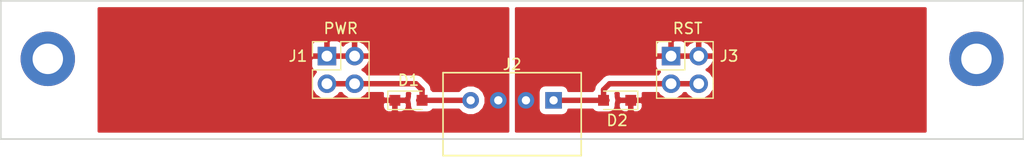
<source format=kicad_pcb>
(kicad_pcb (version 20171130) (host pcbnew "(6.0.0-rc1-dev-956-g3f27d3035)")

  (general
    (thickness 1.6)
    (drawings 4)
    (tracks 12)
    (zones 0)
    (modules 5)
    (nets 5)
  )

  (page A4)
  (layers
    (0 F.Cu signal)
    (31 B.Cu signal)
    (32 B.Adhes user)
    (33 F.Adhes user)
    (34 B.Paste user)
    (35 F.Paste user)
    (36 B.SilkS user)
    (37 F.SilkS user)
    (38 B.Mask user)
    (39 F.Mask user)
    (40 Dwgs.User user)
    (41 Cmts.User user)
    (42 Eco1.User user)
    (43 Eco2.User user)
    (44 Edge.Cuts user)
    (45 Margin user)
    (46 B.CrtYd user)
    (47 F.CrtYd user)
    (48 B.Fab user)
    (49 F.Fab user)
  )

  (setup
    (last_trace_width 0.25)
    (trace_clearance 0.2)
    (zone_clearance 0.508)
    (zone_45_only no)
    (trace_min 0.2)
    (via_size 0.6)
    (via_drill 0.4)
    (via_min_size 0.4)
    (via_min_drill 0.3)
    (uvia_size 0.3)
    (uvia_drill 0.1)
    (uvias_allowed no)
    (uvia_min_size 0.2)
    (uvia_min_drill 0.1)
    (edge_width 0.15)
    (segment_width 0.2)
    (pcb_text_width 0.3)
    (pcb_text_size 1.5 1.5)
    (mod_edge_width 0.15)
    (mod_text_size 1 1)
    (mod_text_width 0.15)
    (pad_size 1.524 1.524)
    (pad_drill 0.762)
    (pad_to_mask_clearance 0.2)
    (solder_mask_min_width 0.25)
    (aux_axis_origin 107.315 109.601)
    (grid_origin 107.315 109.601)
    (visible_elements FFFFFF7F)
    (pcbplotparams
      (layerselection 0x3ffff_ffffffff)
      (usegerberextensions false)
      (usegerberattributes false)
      (usegerberadvancedattributes false)
      (creategerberjobfile false)
      (excludeedgelayer true)
      (linewidth 0.100000)
      (plotframeref false)
      (viasonmask false)
      (mode 1)
      (useauxorigin false)
      (hpglpennumber 1)
      (hpglpenspeed 20)
      (hpglpendiameter 15.000000)
      (psnegative false)
      (psa4output false)
      (plotreference true)
      (plotvalue true)
      (plotinvisibletext false)
      (padsonsilk false)
      (subtractmaskfromsilk false)
      (outputformat 1)
      (mirror false)
      (drillshape 0)
      (scaleselection 1)
      (outputdirectory "./rst6-gerber"))
  )

  (net 0 "")
  (net 1 "Net-(D1-Pad2)")
  (net 2 "Net-(D1-Pad1)")
  (net 3 "Net-(D2-Pad1)")
  (net 4 "Net-(D2-Pad2)")

  (net_class Default "This is the default net class."
    (clearance 0.2)
    (trace_width 0.25)
    (via_dia 0.6)
    (via_drill 0.4)
    (uvia_dia 0.3)
    (uvia_drill 0.1)
    (add_net "Net-(D1-Pad1)")
    (add_net "Net-(D1-Pad2)")
    (add_net "Net-(D2-Pad1)")
    (add_net "Net-(D2-Pad2)")
  )

  (module Diode_SMD:D_SOD-323_HandSoldering (layer F.Cu) (tedit 58641869) (tstamp 5BA326A9)
    (at 163.957 106.045 180)
    (descr SOD-323)
    (tags SOD-323)
    (path /5BA27949)
    (attr smd)
    (fp_text reference D2 (at 0 -1.85 180) (layer F.SilkS)
      (effects (font (size 1 1) (thickness 0.15)))
    )
    (fp_text value ~ (at 0.1 1.9 180) (layer F.Fab)
      (effects (font (size 1 1) (thickness 0.15)))
    )
    (fp_line (start -1.9 -0.85) (end 1.25 -0.85) (layer F.SilkS) (width 0.12))
    (fp_line (start -1.9 0.85) (end 1.25 0.85) (layer F.SilkS) (width 0.12))
    (fp_line (start -2 -0.95) (end -2 0.95) (layer F.CrtYd) (width 0.05))
    (fp_line (start -2 0.95) (end 2 0.95) (layer F.CrtYd) (width 0.05))
    (fp_line (start 2 -0.95) (end 2 0.95) (layer F.CrtYd) (width 0.05))
    (fp_line (start -2 -0.95) (end 2 -0.95) (layer F.CrtYd) (width 0.05))
    (fp_line (start -0.9 -0.7) (end 0.9 -0.7) (layer F.Fab) (width 0.1))
    (fp_line (start 0.9 -0.7) (end 0.9 0.7) (layer F.Fab) (width 0.1))
    (fp_line (start 0.9 0.7) (end -0.9 0.7) (layer F.Fab) (width 0.1))
    (fp_line (start -0.9 0.7) (end -0.9 -0.7) (layer F.Fab) (width 0.1))
    (fp_line (start -0.3 -0.35) (end -0.3 0.35) (layer F.Fab) (width 0.1))
    (fp_line (start -0.3 0) (end -0.5 0) (layer F.Fab) (width 0.1))
    (fp_line (start -0.3 0) (end 0.2 -0.35) (layer F.Fab) (width 0.1))
    (fp_line (start 0.2 -0.35) (end 0.2 0.35) (layer F.Fab) (width 0.1))
    (fp_line (start 0.2 0.35) (end -0.3 0) (layer F.Fab) (width 0.1))
    (fp_line (start 0.2 0) (end 0.45 0) (layer F.Fab) (width 0.1))
    (fp_line (start -1.9 -0.85) (end -1.9 0.85) (layer F.SilkS) (width 0.12))
    (fp_text user %R (at 0 -1.85 180) (layer F.Fab)
      (effects (font (size 1 1) (thickness 0.15)))
    )
    (pad 2 smd rect (at 1.25 0 180) (size 1 1) (layers F.Cu F.Paste F.Mask)
      (net 4 "Net-(D2-Pad2)"))
    (pad 1 smd rect (at -1.25 0 180) (size 1 1) (layers F.Cu F.Paste F.Mask)
      (net 3 "Net-(D2-Pad1)"))
    (model ${KISYS3DMOD}/Diode_SMD.3dshapes/D_SOD-323.wrl
      (at (xyz 0 0 0))
      (scale (xyz 1 1 1))
      (rotate (xyz 0 0 0))
    )
  )

  (module Diode_SMD:D_SOD-323_HandSoldering (layer F.Cu) (tedit 58641869) (tstamp 5BA326DF)
    (at 144.78 106.045)
    (descr SOD-323)
    (tags SOD-323)
    (path /5BA269EF)
    (attr smd)
    (fp_text reference D1 (at 0 -1.85) (layer F.SilkS)
      (effects (font (size 1 1) (thickness 0.15)))
    )
    (fp_text value ~ (at 0.1 1.9) (layer F.Fab)
      (effects (font (size 1 1) (thickness 0.15)))
    )
    (fp_line (start -1.9 -0.85) (end 1.25 -0.85) (layer F.SilkS) (width 0.12))
    (fp_line (start -1.9 0.85) (end 1.25 0.85) (layer F.SilkS) (width 0.12))
    (fp_line (start -2 -0.95) (end -2 0.95) (layer F.CrtYd) (width 0.05))
    (fp_line (start -2 0.95) (end 2 0.95) (layer F.CrtYd) (width 0.05))
    (fp_line (start 2 -0.95) (end 2 0.95) (layer F.CrtYd) (width 0.05))
    (fp_line (start -2 -0.95) (end 2 -0.95) (layer F.CrtYd) (width 0.05))
    (fp_line (start -0.9 -0.7) (end 0.9 -0.7) (layer F.Fab) (width 0.1))
    (fp_line (start 0.9 -0.7) (end 0.9 0.7) (layer F.Fab) (width 0.1))
    (fp_line (start 0.9 0.7) (end -0.9 0.7) (layer F.Fab) (width 0.1))
    (fp_line (start -0.9 0.7) (end -0.9 -0.7) (layer F.Fab) (width 0.1))
    (fp_line (start -0.3 -0.35) (end -0.3 0.35) (layer F.Fab) (width 0.1))
    (fp_line (start -0.3 0) (end -0.5 0) (layer F.Fab) (width 0.1))
    (fp_line (start -0.3 0) (end 0.2 -0.35) (layer F.Fab) (width 0.1))
    (fp_line (start 0.2 -0.35) (end 0.2 0.35) (layer F.Fab) (width 0.1))
    (fp_line (start 0.2 0.35) (end -0.3 0) (layer F.Fab) (width 0.1))
    (fp_line (start 0.2 0) (end 0.45 0) (layer F.Fab) (width 0.1))
    (fp_line (start -1.9 -0.85) (end -1.9 0.85) (layer F.SilkS) (width 0.12))
    (fp_text user %R (at 0 -1.85) (layer F.Fab)
      (effects (font (size 1 1) (thickness 0.15)))
    )
    (pad 2 smd rect (at 1.25 0) (size 1 1) (layers F.Cu F.Paste F.Mask)
      (net 1 "Net-(D1-Pad2)"))
    (pad 1 smd rect (at -1.25 0) (size 1 1) (layers F.Cu F.Paste F.Mask)
      (net 2 "Net-(D1-Pad1)"))
    (model ${KISYS3DMOD}/Diode_SMD.3dshapes/D_SOD-323.wrl
      (at (xyz 0 0 0))
      (scale (xyz 1 1 1))
      (rotate (xyz 0 0 0))
    )
  )

  (module MiniSPOX-Horizontal:Connector (layer F.Cu) (tedit 5BA29616) (tstamp 5BA32178)
    (at 147.955 111.125)
    (path /5B8EC0AD)
    (fp_text reference J2 (at 6.35 -8.382) (layer F.SilkS)
      (effects (font (size 1 1) (thickness 0.15)))
    )
    (fp_text value Molex (at 6.35 -9.779) (layer F.Fab)
      (effects (font (size 1 1) (thickness 0.15)))
    )
    (fp_line (start 0 0) (end 0 -7.62) (layer F.SilkS) (width 0.15))
    (fp_line (start 12.7 0) (end 0 0) (layer F.SilkS) (width 0.15))
    (fp_line (start 12.7 -7.62) (end 12.7 0) (layer F.SilkS) (width 0.15))
    (fp_line (start 0 -7.62) (end 12.7 -7.62) (layer F.SilkS) (width 0.15))
    (pad 1 thru_hole rect (at 10.16 -5.08) (size 1.524 1.524) (drill 0.762) (layers *.Cu *.Mask)
      (net 4 "Net-(D2-Pad2)"))
    (pad 2 thru_hole circle (at 7.62 -5.08) (size 1.524 1.524) (drill 0.762) (layers *.Cu *.Mask)
      (net 3 "Net-(D2-Pad1)") (zone_connect 2))
    (pad 3 thru_hole circle (at 5.08 -5.08) (size 1.524 1.524) (drill 0.762) (layers *.Cu *.Mask)
      (net 2 "Net-(D1-Pad1)") (zone_connect 2))
    (pad 4 thru_hole circle (at 2.54 -5.08) (size 1.524 1.524) (drill 0.762) (layers *.Cu *.Mask)
      (net 1 "Net-(D1-Pad2)"))
  )

  (module Connector_PinHeader_2.54mm:PinHeader_2x02_P2.54mm_Vertical (layer F.Cu) (tedit 59FED5CC) (tstamp 5B8F08DB)
    (at 137.287 101.981)
    (descr "Through hole straight pin header, 2x02, 2.54mm pitch, double rows")
    (tags "Through hole pin header THT 2x02 2.54mm double row")
    (path /5B8EB8F3)
    (fp_text reference J1 (at -2.667 0) (layer F.SilkS)
      (effects (font (size 1 1) (thickness 0.15)))
    )
    (fp_text value PWR (at 1.27 -2.54) (layer F.SilkS)
      (effects (font (size 1 1) (thickness 0.15)))
    )
    (fp_text user %R (at 1.27 1.27 90) (layer F.Fab)
      (effects (font (size 1 1) (thickness 0.15)))
    )
    (fp_line (start 4.35 -1.8) (end -1.8 -1.8) (layer F.CrtYd) (width 0.05))
    (fp_line (start 4.35 4.35) (end 4.35 -1.8) (layer F.CrtYd) (width 0.05))
    (fp_line (start -1.8 4.35) (end 4.35 4.35) (layer F.CrtYd) (width 0.05))
    (fp_line (start -1.8 -1.8) (end -1.8 4.35) (layer F.CrtYd) (width 0.05))
    (fp_line (start -1.33 -1.33) (end 0 -1.33) (layer F.SilkS) (width 0.12))
    (fp_line (start -1.33 0) (end -1.33 -1.33) (layer F.SilkS) (width 0.12))
    (fp_line (start 1.27 -1.33) (end 3.87 -1.33) (layer F.SilkS) (width 0.12))
    (fp_line (start 1.27 1.27) (end 1.27 -1.33) (layer F.SilkS) (width 0.12))
    (fp_line (start -1.33 1.27) (end 1.27 1.27) (layer F.SilkS) (width 0.12))
    (fp_line (start 3.87 -1.33) (end 3.87 3.87) (layer F.SilkS) (width 0.12))
    (fp_line (start -1.33 1.27) (end -1.33 3.87) (layer F.SilkS) (width 0.12))
    (fp_line (start -1.33 3.87) (end 3.87 3.87) (layer F.SilkS) (width 0.12))
    (fp_line (start -1.27 0) (end 0 -1.27) (layer F.Fab) (width 0.1))
    (fp_line (start -1.27 3.81) (end -1.27 0) (layer F.Fab) (width 0.1))
    (fp_line (start 3.81 3.81) (end -1.27 3.81) (layer F.Fab) (width 0.1))
    (fp_line (start 3.81 -1.27) (end 3.81 3.81) (layer F.Fab) (width 0.1))
    (fp_line (start 0 -1.27) (end 3.81 -1.27) (layer F.Fab) (width 0.1))
    (pad 4 thru_hole oval (at 2.54 2.54) (size 1.7 1.7) (drill 1) (layers *.Cu *.Mask)
      (net 1 "Net-(D1-Pad2)"))
    (pad 3 thru_hole oval (at 0 2.54) (size 1.7 1.7) (drill 1) (layers *.Cu *.Mask)
      (net 1 "Net-(D1-Pad2)"))
    (pad 2 thru_hole oval (at 2.54 0) (size 1.7 1.7) (drill 1) (layers *.Cu *.Mask)
      (net 2 "Net-(D1-Pad1)"))
    (pad 1 thru_hole rect (at 0 0) (size 1.7 1.7) (drill 1) (layers *.Cu *.Mask)
      (net 2 "Net-(D1-Pad1)"))
    (model ${KISYS3DMOD}/Connector_PinHeader_2.54mm.3dshapes/PinHeader_2x02_P2.54mm_Vertical.wrl
      (at (xyz 0 0 0))
      (scale (xyz 1 1 1))
      (rotate (xyz 0 0 0))
    )
  )

  (module Connector_PinHeader_2.54mm:PinHeader_2x02_P2.54mm_Vertical (layer F.Cu) (tedit 59FED5CC) (tstamp 5B8F08F4)
    (at 168.91 101.981)
    (descr "Through hole straight pin header, 2x02, 2.54mm pitch, double rows")
    (tags "Through hole pin header THT 2x02 2.54mm double row")
    (path /5B8EB6FB)
    (fp_text reference J3 (at 5.334 0) (layer F.SilkS)
      (effects (font (size 1 1) (thickness 0.15)))
    )
    (fp_text value RST (at 1.524 -2.54) (layer F.SilkS)
      (effects (font (size 1 1) (thickness 0.15)))
    )
    (fp_text user %R (at 1.27 1.27 90) (layer F.Fab)
      (effects (font (size 1 1) (thickness 0.15)))
    )
    (fp_line (start 4.35 -1.8) (end -1.8 -1.8) (layer F.CrtYd) (width 0.05))
    (fp_line (start 4.35 4.35) (end 4.35 -1.8) (layer F.CrtYd) (width 0.05))
    (fp_line (start -1.8 4.35) (end 4.35 4.35) (layer F.CrtYd) (width 0.05))
    (fp_line (start -1.8 -1.8) (end -1.8 4.35) (layer F.CrtYd) (width 0.05))
    (fp_line (start -1.33 -1.33) (end 0 -1.33) (layer F.SilkS) (width 0.12))
    (fp_line (start -1.33 0) (end -1.33 -1.33) (layer F.SilkS) (width 0.12))
    (fp_line (start 1.27 -1.33) (end 3.87 -1.33) (layer F.SilkS) (width 0.12))
    (fp_line (start 1.27 1.27) (end 1.27 -1.33) (layer F.SilkS) (width 0.12))
    (fp_line (start -1.33 1.27) (end 1.27 1.27) (layer F.SilkS) (width 0.12))
    (fp_line (start 3.87 -1.33) (end 3.87 3.87) (layer F.SilkS) (width 0.12))
    (fp_line (start -1.33 1.27) (end -1.33 3.87) (layer F.SilkS) (width 0.12))
    (fp_line (start -1.33 3.87) (end 3.87 3.87) (layer F.SilkS) (width 0.12))
    (fp_line (start -1.27 0) (end 0 -1.27) (layer F.Fab) (width 0.1))
    (fp_line (start -1.27 3.81) (end -1.27 0) (layer F.Fab) (width 0.1))
    (fp_line (start 3.81 3.81) (end -1.27 3.81) (layer F.Fab) (width 0.1))
    (fp_line (start 3.81 -1.27) (end 3.81 3.81) (layer F.Fab) (width 0.1))
    (fp_line (start 0 -1.27) (end 3.81 -1.27) (layer F.Fab) (width 0.1))
    (pad 4 thru_hole oval (at 2.54 2.54) (size 1.7 1.7) (drill 1) (layers *.Cu *.Mask)
      (net 4 "Net-(D2-Pad2)"))
    (pad 3 thru_hole oval (at 0 2.54) (size 1.7 1.7) (drill 1) (layers *.Cu *.Mask)
      (net 4 "Net-(D2-Pad2)"))
    (pad 2 thru_hole oval (at 2.54 0) (size 1.7 1.7) (drill 1) (layers *.Cu *.Mask)
      (net 3 "Net-(D2-Pad1)"))
    (pad 1 thru_hole rect (at 0 0) (size 1.7 1.7) (drill 1) (layers *.Cu *.Mask)
      (net 3 "Net-(D2-Pad1)"))
    (model ${KISYS3DMOD}/Connector_PinHeader_2.54mm.3dshapes/PinHeader_2x02_P2.54mm_Vertical.wrl
      (at (xyz 0 0 0))
      (scale (xyz 1 1 1))
      (rotate (xyz 0 0 0))
    )
  )

  (gr_line (start 201.295 96.901) (end 107.315 96.901) (layer Edge.Cuts) (width 0.15))
  (gr_line (start 107.315 109.601) (end 201.295 109.601) (layer Edge.Cuts) (width 0.15))
  (gr_line (start 107.315 96.901) (end 107.315 109.601) (layer Edge.Cuts) (width 0.15) (tstamp 5B8EA588))
  (gr_line (start 201.295 96.901) (end 201.295 109.601) (layer Edge.Cuts) (width 0.15))

  (via (at 111.633 102.235) (size 5) (drill 2.8) (layers F.Cu B.Cu) (net 0))
  (via (at 196.977 102.235) (size 5) (drill 2.8) (layers F.Cu B.Cu) (net 0))
  (segment (start 145.7175 106.045) (end 150.495 106.045) (width 0.5) (layer F.Cu) (net 1) (tstamp 5BA3271C))
  (segment (start 137.287 104.521) (end 139.827 104.521) (width 0.5) (layer F.Cu) (net 1))
  (segment (start 146.03 106.045) (end 146.03 105.0775) (width 0.5) (layer F.Cu) (net 1))
  (segment (start 146.0223 105.0775) (end 145.4658 104.521) (width 0.5) (layer F.Cu) (net 1))
  (segment (start 145.4658 104.521) (end 139.827 104.521) (width 0.5) (layer F.Cu) (net 1))
  (segment (start 158.115 106.045) (end 163.0195 106.045) (width 0.5) (layer F.Cu) (net 4) (tstamp 5BA32719))
  (segment (start 162.707 106.045) (end 162.707 105.0775) (width 0.5) (layer F.Cu) (net 4))
  (segment (start 168.91 104.521) (end 171.45 104.521) (width 0.5) (layer F.Cu) (net 4))
  (segment (start 162.707 105.0775) (end 163.2635 104.521) (width 0.5) (layer F.Cu) (net 4))
  (segment (start 163.2635 104.521) (end 168.91 104.521) (width 0.5) (layer F.Cu) (net 4))

  (zone (net 2) (net_name "Net-(D1-Pad1)") (layer F.Cu) (tstamp 5BB5332D) (hatch edge 0.508)
    (connect_pads (clearance 0.508))
    (min_thickness 0.254)
    (fill yes (arc_segments 16) (thermal_gap 0.508) (thermal_bridge_width 0.508))
    (polygon
      (pts
        (xy 116.205 102.108) (xy 116.205 109.601) (xy 154.051 109.601) (xy 154.051 96.901) (xy 116.205 96.901)
      )
    )
    (filled_polygon
      (pts
        (xy 153.924 108.891) (xy 116.332 108.891) (xy 116.332 106.33075) (xy 142.395 106.33075) (xy 142.395 106.67131)
        (xy 142.491673 106.904699) (xy 142.670302 107.083327) (xy 142.903691 107.18) (xy 143.24425 107.18) (xy 143.403 107.02125)
        (xy 143.403 106.172) (xy 143.657 106.172) (xy 143.657 107.02125) (xy 143.81575 107.18) (xy 144.156309 107.18)
        (xy 144.389698 107.083327) (xy 144.568327 106.904699) (xy 144.665 106.67131) (xy 144.665 106.33075) (xy 144.50625 106.172)
        (xy 143.657 106.172) (xy 143.403 106.172) (xy 142.55375 106.172) (xy 142.395 106.33075) (xy 116.332 106.33075)
        (xy 116.332 104.521) (xy 135.772908 104.521) (xy 135.888161 105.100418) (xy 136.216375 105.591625) (xy 136.707582 105.919839)
        (xy 137.140744 106.006) (xy 137.433256 106.006) (xy 137.866418 105.919839) (xy 138.357625 105.591625) (xy 138.481656 105.406)
        (xy 138.632344 105.406) (xy 138.756375 105.591625) (xy 139.247582 105.919839) (xy 139.680744 106.006) (xy 139.973256 106.006)
        (xy 140.406418 105.919839) (xy 140.897625 105.591625) (xy 141.021656 105.406) (xy 142.400256 105.406) (xy 142.395 105.41869)
        (xy 142.395 105.75925) (xy 142.55375 105.918) (xy 143.403 105.918) (xy 143.403 105.898) (xy 143.657 105.898)
        (xy 143.657 105.918) (xy 144.50625 105.918) (xy 144.665 105.75925) (xy 144.665 105.41869) (xy 144.659744 105.406)
        (xy 144.910209 105.406) (xy 144.88256 105.545) (xy 144.88256 105.706165) (xy 144.815162 106.045) (xy 144.88256 106.383835)
        (xy 144.88256 106.545) (xy 144.931843 106.792765) (xy 145.072191 107.002809) (xy 145.282235 107.143157) (xy 145.53 107.19244)
        (xy 146.53 107.19244) (xy 146.777765 107.143157) (xy 146.987809 107.002809) (xy 147.036459 106.93) (xy 149.404343 106.93)
        (xy 149.703663 107.22932) (xy 150.217119 107.442) (xy 150.772881 107.442) (xy 151.286337 107.22932) (xy 151.67932 106.836337)
        (xy 151.892 106.322881) (xy 151.892 105.767119) (xy 151.67932 105.253663) (xy 151.286337 104.86068) (xy 150.772881 104.648)
        (xy 150.217119 104.648) (xy 149.703663 104.86068) (xy 149.404343 105.16) (xy 147.036459 105.16) (xy 146.987809 105.087191)
        (xy 146.917177 105.039996) (xy 146.915 105.029051) (xy 146.915 104.990335) (xy 146.863652 104.73219) (xy 146.668049 104.439451)
        (xy 146.570948 104.37457) (xy 146.153225 103.956847) (xy 146.103849 103.882951) (xy 145.81111 103.687348) (xy 145.552965 103.636)
        (xy 145.552961 103.636) (xy 145.4658 103.618663) (xy 145.378639 103.636) (xy 141.021656 103.636) (xy 140.897625 103.450375)
        (xy 140.578522 103.237157) (xy 140.708358 103.176183) (xy 141.098645 102.747924) (xy 141.268476 102.33789) (xy 141.147155 102.108)
        (xy 139.954 102.108) (xy 139.954 102.128) (xy 139.7 102.128) (xy 139.7 102.108) (xy 137.414 102.108)
        (xy 137.414 102.128) (xy 137.16 102.128) (xy 137.16 102.108) (xy 135.96075 102.108) (xy 135.802 102.26675)
        (xy 135.802 102.95731) (xy 135.898673 103.190699) (xy 136.077302 103.369327) (xy 136.238033 103.435904) (xy 136.216375 103.450375)
        (xy 135.888161 103.941582) (xy 135.772908 104.521) (xy 116.332 104.521) (xy 116.332 101.00469) (xy 135.802 101.00469)
        (xy 135.802 101.69525) (xy 135.96075 101.854) (xy 137.16 101.854) (xy 137.16 100.65475) (xy 137.414 100.65475)
        (xy 137.414 101.854) (xy 139.7 101.854) (xy 139.7 100.660181) (xy 139.954 100.660181) (xy 139.954 101.854)
        (xy 141.147155 101.854) (xy 141.268476 101.62411) (xy 141.098645 101.214076) (xy 140.708358 100.785817) (xy 140.183892 100.539514)
        (xy 139.954 100.660181) (xy 139.7 100.660181) (xy 139.470108 100.539514) (xy 138.945642 100.785817) (xy 138.76393 100.985208)
        (xy 138.675327 100.771301) (xy 138.496698 100.592673) (xy 138.263309 100.496) (xy 137.57275 100.496) (xy 137.414 100.65475)
        (xy 137.16 100.65475) (xy 137.00125 100.496) (xy 136.310691 100.496) (xy 136.077302 100.592673) (xy 135.898673 100.771301)
        (xy 135.802 101.00469) (xy 116.332 101.00469) (xy 116.332 97.611) (xy 153.924 97.611)
      )
    )
  )
  (zone (net 3) (net_name "Net-(D2-Pad1)") (layer F.Cu) (tstamp 5BB5332A) (hatch edge 0.508)
    (connect_pads (clearance 0.508))
    (min_thickness 0.254)
    (fill yes (arc_segments 16) (thermal_gap 0.508) (thermal_bridge_width 0.508))
    (polygon
      (pts
        (xy 192.405 101.981) (xy 192.405 96.901) (xy 154.559 96.901) (xy 154.559 109.601) (xy 192.405 109.601)
      )
    )
    (filled_polygon
      (pts
        (xy 192.278 108.891) (xy 154.686 108.891) (xy 154.686 105.283) (xy 156.70556 105.283) (xy 156.70556 106.807)
        (xy 156.754843 107.054765) (xy 156.895191 107.264809) (xy 157.105235 107.405157) (xy 157.353 107.45444) (xy 158.877 107.45444)
        (xy 159.124765 107.405157) (xy 159.334809 107.264809) (xy 159.475157 107.054765) (xy 159.499974 106.93) (xy 161.700541 106.93)
        (xy 161.749191 107.002809) (xy 161.959235 107.143157) (xy 162.207 107.19244) (xy 163.207 107.19244) (xy 163.454765 107.143157)
        (xy 163.664809 107.002809) (xy 163.805157 106.792765) (xy 163.85444 106.545) (xy 163.85444 106.383835) (xy 163.864999 106.33075)
        (xy 164.072 106.33075) (xy 164.072 106.67131) (xy 164.168673 106.904699) (xy 164.347302 107.083327) (xy 164.580691 107.18)
        (xy 164.92125 107.18) (xy 165.08 107.02125) (xy 165.08 106.172) (xy 165.334 106.172) (xy 165.334 107.02125)
        (xy 165.49275 107.18) (xy 165.833309 107.18) (xy 166.066698 107.083327) (xy 166.245327 106.904699) (xy 166.342 106.67131)
        (xy 166.342 106.33075) (xy 166.18325 106.172) (xy 165.334 106.172) (xy 165.08 106.172) (xy 164.23075 106.172)
        (xy 164.072 106.33075) (xy 163.864999 106.33075) (xy 163.921838 106.045) (xy 163.85444 105.706165) (xy 163.85444 105.545)
        (xy 163.826791 105.406) (xy 164.077256 105.406) (xy 164.072 105.41869) (xy 164.072 105.75925) (xy 164.23075 105.918)
        (xy 165.08 105.918) (xy 165.08 105.898) (xy 165.334 105.898) (xy 165.334 105.918) (xy 166.18325 105.918)
        (xy 166.342 105.75925) (xy 166.342 105.41869) (xy 166.336744 105.406) (xy 167.715344 105.406) (xy 167.839375 105.591625)
        (xy 168.330582 105.919839) (xy 168.763744 106.006) (xy 169.056256 106.006) (xy 169.489418 105.919839) (xy 169.980625 105.591625)
        (xy 170.104656 105.406) (xy 170.255344 105.406) (xy 170.379375 105.591625) (xy 170.870582 105.919839) (xy 171.303744 106.006)
        (xy 171.596256 106.006) (xy 172.029418 105.919839) (xy 172.520625 105.591625) (xy 172.848839 105.100418) (xy 172.964092 104.521)
        (xy 172.848839 103.941582) (xy 172.520625 103.450375) (xy 172.201522 103.237157) (xy 172.331358 103.176183) (xy 172.721645 102.747924)
        (xy 172.891476 102.33789) (xy 172.770155 102.108) (xy 171.577 102.108) (xy 171.577 102.128) (xy 171.323 102.128)
        (xy 171.323 102.108) (xy 169.037 102.108) (xy 169.037 102.128) (xy 168.783 102.128) (xy 168.783 102.108)
        (xy 167.58375 102.108) (xy 167.425 102.26675) (xy 167.425 102.95731) (xy 167.521673 103.190699) (xy 167.700302 103.369327)
        (xy 167.861033 103.435904) (xy 167.839375 103.450375) (xy 167.715344 103.636) (xy 163.350661 103.636) (xy 163.2635 103.618663)
        (xy 163.176339 103.636) (xy 163.176335 103.636) (xy 162.91819 103.687348) (xy 162.625451 103.882951) (xy 162.576075 103.956847)
        (xy 162.142845 104.390077) (xy 162.068952 104.439451) (xy 162.019578 104.513344) (xy 162.019576 104.513346) (xy 161.873348 104.732191)
        (xy 161.810943 105.04593) (xy 161.749191 105.087191) (xy 161.700541 105.16) (xy 159.499974 105.16) (xy 159.475157 105.035235)
        (xy 159.334809 104.825191) (xy 159.124765 104.684843) (xy 158.877 104.63556) (xy 157.353 104.63556) (xy 157.105235 104.684843)
        (xy 156.895191 104.825191) (xy 156.754843 105.035235) (xy 156.70556 105.283) (xy 154.686 105.283) (xy 154.686 101.00469)
        (xy 167.425 101.00469) (xy 167.425 101.69525) (xy 167.58375 101.854) (xy 168.783 101.854) (xy 168.783 100.65475)
        (xy 169.037 100.65475) (xy 169.037 101.854) (xy 171.323 101.854) (xy 171.323 100.660181) (xy 171.577 100.660181)
        (xy 171.577 101.854) (xy 172.770155 101.854) (xy 172.891476 101.62411) (xy 172.721645 101.214076) (xy 172.331358 100.785817)
        (xy 171.806892 100.539514) (xy 171.577 100.660181) (xy 171.323 100.660181) (xy 171.093108 100.539514) (xy 170.568642 100.785817)
        (xy 170.38693 100.985208) (xy 170.298327 100.771301) (xy 170.119698 100.592673) (xy 169.886309 100.496) (xy 169.19575 100.496)
        (xy 169.037 100.65475) (xy 168.783 100.65475) (xy 168.62425 100.496) (xy 167.933691 100.496) (xy 167.700302 100.592673)
        (xy 167.521673 100.771301) (xy 167.425 101.00469) (xy 154.686 101.00469) (xy 154.686 97.611) (xy 192.278 97.611)
      )
    )
  )
)

</source>
